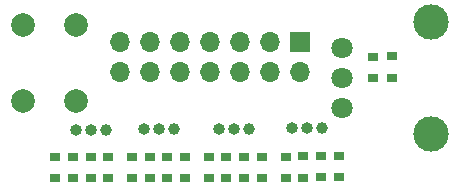
<source format=gbr>
G04 #@! TF.GenerationSoftware,KiCad,Pcbnew,(5.1.2)-2*
G04 #@! TF.CreationDate,2019-09-21T22:45:55+01:00*
G04 #@! TF.ProjectId,LEDPanelControllerHAT,4c454450-616e-4656-9c43-6f6e74726f6c,rev?*
G04 #@! TF.SameCoordinates,Original*
G04 #@! TF.FileFunction,Soldermask,Bot*
G04 #@! TF.FilePolarity,Negative*
%FSLAX46Y46*%
G04 Gerber Fmt 4.6, Leading zero omitted, Abs format (unit mm)*
G04 Created by KiCad (PCBNEW (5.1.2)-2) date 2019-09-21 22:45:55*
%MOMM*%
%LPD*%
G04 APERTURE LIST*
%ADD10C,1.000000*%
%ADD11O,1.000000X1.000000*%
%ADD12R,0.900000X0.800000*%
%ADD13C,2.000000*%
%ADD14C,3.000000*%
%ADD15C,1.800000*%
%ADD16R,1.700000X1.700000*%
%ADD17O,1.700000X1.700000*%
G04 APERTURE END LIST*
D10*
X164325000Y-85200000D03*
D11*
X163055000Y-85200000D03*
X161785000Y-85200000D03*
D10*
X158175000Y-85250000D03*
D11*
X156905000Y-85250000D03*
X155635000Y-85250000D03*
D10*
X151825000Y-85300000D03*
D11*
X150555000Y-85300000D03*
X149285000Y-85300000D03*
D10*
X146025000Y-85350000D03*
D11*
X144755000Y-85350000D03*
X143485000Y-85350000D03*
D12*
X168675000Y-79150000D03*
X168675000Y-80950000D03*
D13*
X143500000Y-82925000D03*
X139000000Y-82925000D03*
X143500000Y-76425000D03*
X139000000Y-76425000D03*
D14*
X173525000Y-85700000D03*
X173525000Y-76200000D03*
D15*
X166025000Y-83450000D03*
X166025000Y-80950000D03*
X166025000Y-78450000D03*
D12*
X165750000Y-87550000D03*
X165750000Y-89350000D03*
X161250000Y-89400000D03*
X161250000Y-87600000D03*
X159250000Y-87600000D03*
X159250000Y-89400000D03*
X154750000Y-89400000D03*
X154750000Y-87600000D03*
X152750000Y-87600000D03*
X152750000Y-89400000D03*
X148250000Y-89400000D03*
X148250000Y-87600000D03*
X146250000Y-87600000D03*
X146250000Y-89400000D03*
X141750000Y-89400000D03*
X141750000Y-87600000D03*
D16*
X162500000Y-77900000D03*
D17*
X162500000Y-80440000D03*
X159960000Y-77900000D03*
X159960000Y-80440000D03*
X157420000Y-77900000D03*
X157420000Y-80440000D03*
X154880000Y-77900000D03*
X154880000Y-80440000D03*
X152340000Y-77900000D03*
X152340000Y-80440000D03*
X149800000Y-77900000D03*
X149800000Y-80440000D03*
X147260000Y-77900000D03*
X147260000Y-80440000D03*
D12*
X164250000Y-87550000D03*
X164250000Y-89350000D03*
X162750000Y-89375000D03*
X162750000Y-87575000D03*
X157750000Y-87600000D03*
X157750000Y-89400000D03*
X156250000Y-89400000D03*
X156250000Y-87600000D03*
X170250000Y-79125000D03*
X170250000Y-80925000D03*
X151250000Y-87600000D03*
X151250000Y-89400000D03*
X149750000Y-89400000D03*
X149750000Y-87600000D03*
X144750000Y-87600000D03*
X144750000Y-89400000D03*
X143250000Y-89400000D03*
X143250000Y-87600000D03*
M02*

</source>
